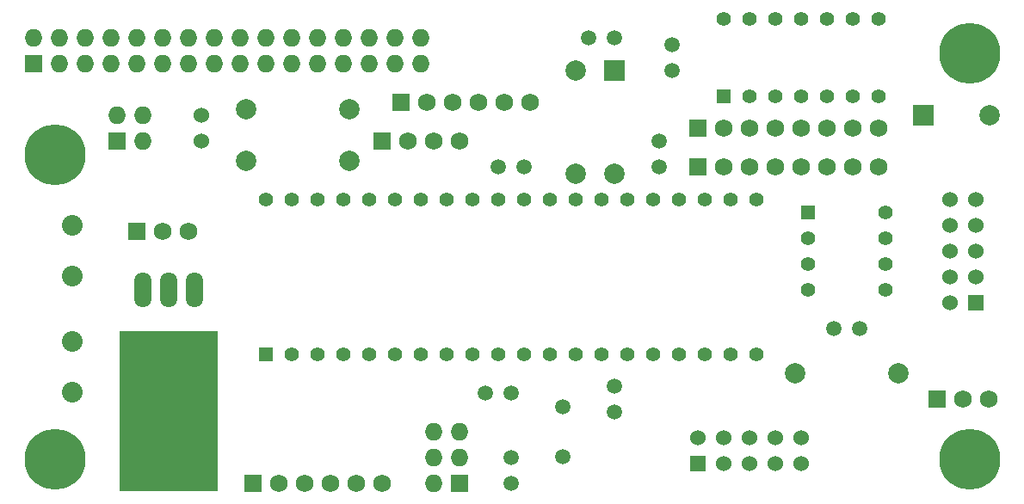
<source format=gts>
%FSLAX34Y34*%
G04 Gerber Fmt 3.4, Leading zero omitted, Abs format*
G04 (created by PCBNEW (2014-jan-25)-product) date Sun 10 Aug 2014 10:49:42 PM PDT*
%MOIN*%
G01*
G70*
G90*
G04 APERTURE LIST*
%ADD10C,0.003937*%
%ADD11C,0.059100*%
%ADD12C,0.078700*%
%ADD13R,0.078700X0.078700*%
%ADD14C,0.060000*%
%ADD15C,0.236220*%
%ADD16R,0.068000X0.068000*%
%ADD17C,0.068000*%
%ADD18O,0.068000X0.068000*%
%ADD19C,0.080000*%
%ADD20R,0.060000X0.060000*%
%ADD21O,0.066900X0.137800*%
%ADD22R,0.380000X0.620000*%
%ADD23R,0.055000X0.055000*%
%ADD24C,0.055000*%
G04 APERTURE END LIST*
G54D10*
G54D11*
X59000Y-57000D03*
X59000Y-58000D03*
X63000Y-55250D03*
X63000Y-54250D03*
X59500Y-45750D03*
X58500Y-45750D03*
X58000Y-54500D03*
X59000Y-54500D03*
X72500Y-52000D03*
X71500Y-52000D03*
X64750Y-44750D03*
X64750Y-45750D03*
X65250Y-41000D03*
X65250Y-42000D03*
X62000Y-40750D03*
X63000Y-40750D03*
G54D12*
X63000Y-46000D03*
G54D13*
X63000Y-42000D03*
G54D14*
X47000Y-43750D03*
X47000Y-44750D03*
G54D15*
X41338Y-45275D03*
X76771Y-41338D03*
X41338Y-57086D03*
X76771Y-57086D03*
G54D16*
X75500Y-54750D03*
G54D17*
X76500Y-54750D03*
X77500Y-54750D03*
G54D16*
X43750Y-44750D03*
G54D18*
X43750Y-43750D03*
X44750Y-44750D03*
X44750Y-43750D03*
G54D19*
X42000Y-49984D03*
X42000Y-48015D03*
X42000Y-54484D03*
X42000Y-52515D03*
G54D20*
X77000Y-51000D03*
G54D14*
X76000Y-51000D03*
X77000Y-50000D03*
X76000Y-50000D03*
X77000Y-49000D03*
X76000Y-49000D03*
X77000Y-48000D03*
X76000Y-48000D03*
X77000Y-47000D03*
X76000Y-47000D03*
G54D16*
X54750Y-43250D03*
G54D17*
X55750Y-43250D03*
X56750Y-43250D03*
X57750Y-43250D03*
X58750Y-43250D03*
X59750Y-43250D03*
G54D16*
X49000Y-58000D03*
G54D17*
X50000Y-58000D03*
X51000Y-58000D03*
X52000Y-58000D03*
X53000Y-58000D03*
X54000Y-58000D03*
G54D16*
X44500Y-48250D03*
G54D17*
X45500Y-48250D03*
X46500Y-48250D03*
G54D16*
X57000Y-58000D03*
G54D18*
X56000Y-58000D03*
X57000Y-57000D03*
X56000Y-57000D03*
X57000Y-56000D03*
X56000Y-56000D03*
G54D16*
X54000Y-44750D03*
G54D17*
X55000Y-44750D03*
X56000Y-44750D03*
X57000Y-44750D03*
G54D20*
X66250Y-57250D03*
G54D14*
X66250Y-56250D03*
X67250Y-57250D03*
X67250Y-56250D03*
X68250Y-57250D03*
X68250Y-56250D03*
X69250Y-57250D03*
X69250Y-56250D03*
X70250Y-57250D03*
X70250Y-56250D03*
G54D21*
X45750Y-50500D03*
X46750Y-50500D03*
X44750Y-50500D03*
G54D22*
X45750Y-55200D03*
G54D16*
X66250Y-44250D03*
G54D17*
X67250Y-44250D03*
X68250Y-44250D03*
X69250Y-44250D03*
X70250Y-44250D03*
X71250Y-44250D03*
X72250Y-44250D03*
X73250Y-44250D03*
G54D16*
X66250Y-45750D03*
G54D17*
X67250Y-45750D03*
X68250Y-45750D03*
X69250Y-45750D03*
X70250Y-45750D03*
X71250Y-45750D03*
X72250Y-45750D03*
X73250Y-45750D03*
G54D12*
X70000Y-53750D03*
X74000Y-53750D03*
X61500Y-46000D03*
X61500Y-42000D03*
X48750Y-43500D03*
X52750Y-43500D03*
X48750Y-45500D03*
X52750Y-45500D03*
G54D13*
X74970Y-43750D03*
G54D12*
X77530Y-43750D03*
G54D23*
X67250Y-43000D03*
G54D24*
X68250Y-43000D03*
X69250Y-43000D03*
X70250Y-43000D03*
X71250Y-43000D03*
X72250Y-43000D03*
X73250Y-43000D03*
X73250Y-40000D03*
X72250Y-40000D03*
X71250Y-40000D03*
X70250Y-40000D03*
X69250Y-40000D03*
X68250Y-40000D03*
X67250Y-40000D03*
G54D23*
X70500Y-47500D03*
G54D24*
X70500Y-48500D03*
X70500Y-49500D03*
X70500Y-50500D03*
X73500Y-50500D03*
X73500Y-49500D03*
X73500Y-48500D03*
X73500Y-47500D03*
G54D23*
X49500Y-53000D03*
G54D24*
X50500Y-53000D03*
X51500Y-53000D03*
X52500Y-53000D03*
X53500Y-53000D03*
X54500Y-53000D03*
X55500Y-53000D03*
X56500Y-53000D03*
X57500Y-53000D03*
X58500Y-53000D03*
X59500Y-53000D03*
X60500Y-53000D03*
X61500Y-53000D03*
X62500Y-53000D03*
X63500Y-53000D03*
X64500Y-53000D03*
X65500Y-53000D03*
X66500Y-53000D03*
X67500Y-53000D03*
X68500Y-53000D03*
X68500Y-47000D03*
X67500Y-47000D03*
X66500Y-47000D03*
X65500Y-47000D03*
X64500Y-47000D03*
X63500Y-47000D03*
X62500Y-47000D03*
X61500Y-47000D03*
X60500Y-47000D03*
X59500Y-47000D03*
X58500Y-47000D03*
X57500Y-47000D03*
X56500Y-47000D03*
X55500Y-47000D03*
X54500Y-47000D03*
X53500Y-47000D03*
X52500Y-47000D03*
X51500Y-47000D03*
X50500Y-47000D03*
X49500Y-47000D03*
G54D11*
X61000Y-56961D03*
X61000Y-55039D03*
G54D16*
X40500Y-41750D03*
G54D18*
X40500Y-40750D03*
X41500Y-41750D03*
X41500Y-40750D03*
X42500Y-41750D03*
X42500Y-40750D03*
X43500Y-41750D03*
X43500Y-40750D03*
X44500Y-41750D03*
X44500Y-40750D03*
X45500Y-41750D03*
X45500Y-40750D03*
X46500Y-41750D03*
X46500Y-40750D03*
X47500Y-41750D03*
X47500Y-40750D03*
X48500Y-41750D03*
X48500Y-40750D03*
X49500Y-41750D03*
X49500Y-40750D03*
X50500Y-41750D03*
X50500Y-40750D03*
X51500Y-41750D03*
X51500Y-40750D03*
X52500Y-41750D03*
X52500Y-40750D03*
X53500Y-41750D03*
X53500Y-40750D03*
X54500Y-41750D03*
X54500Y-40750D03*
X55500Y-41750D03*
X55500Y-40750D03*
M02*

</source>
